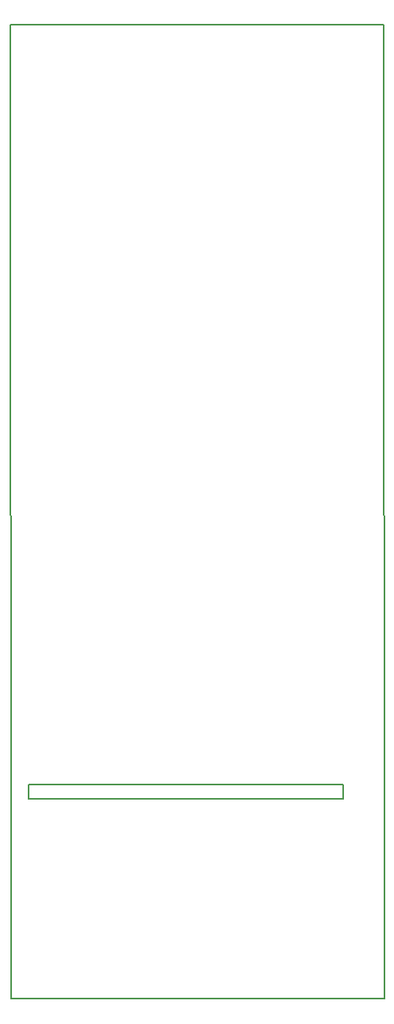
<source format=gm1>
%TF.GenerationSoftware,KiCad,Pcbnew,9.0.4-9.0.4-0~ubuntu24.04.1*%
%TF.CreationDate,2025-08-23T18:45:24+02:00*%
%TF.ProjectId,BLDC_4,424c4443-5f34-42e6-9b69-6361645f7063,4.13*%
%TF.SameCoordinates,Original*%
%TF.FileFunction,Profile,NP*%
%FSLAX46Y46*%
G04 Gerber Fmt 4.6, Leading zero omitted, Abs format (unit mm)*
G04 Created by KiCad (PCBNEW 9.0.4-9.0.4-0~ubuntu24.04.1) date 2025-08-23 18:45:24*
%MOMM*%
%LPD*%
G01*
G04 APERTURE LIST*
%TA.AperFunction,Profile*%
%ADD10C,0.150000*%
%TD*%
G04 APERTURE END LIST*
D10*
X116791290Y-65151580D02*
X77000000Y-65151580D01*
X77104355Y-168800000D02*
X116895645Y-168800000D01*
X77104355Y-168800000D02*
X77000000Y-65151580D01*
X116791290Y-65151580D02*
X116895645Y-168800000D01*
X79000000Y-146000000D02*
X112500000Y-146000000D01*
X112500000Y-147500000D01*
X79000000Y-147500000D01*
X79000000Y-146000000D01*
M02*

</source>
